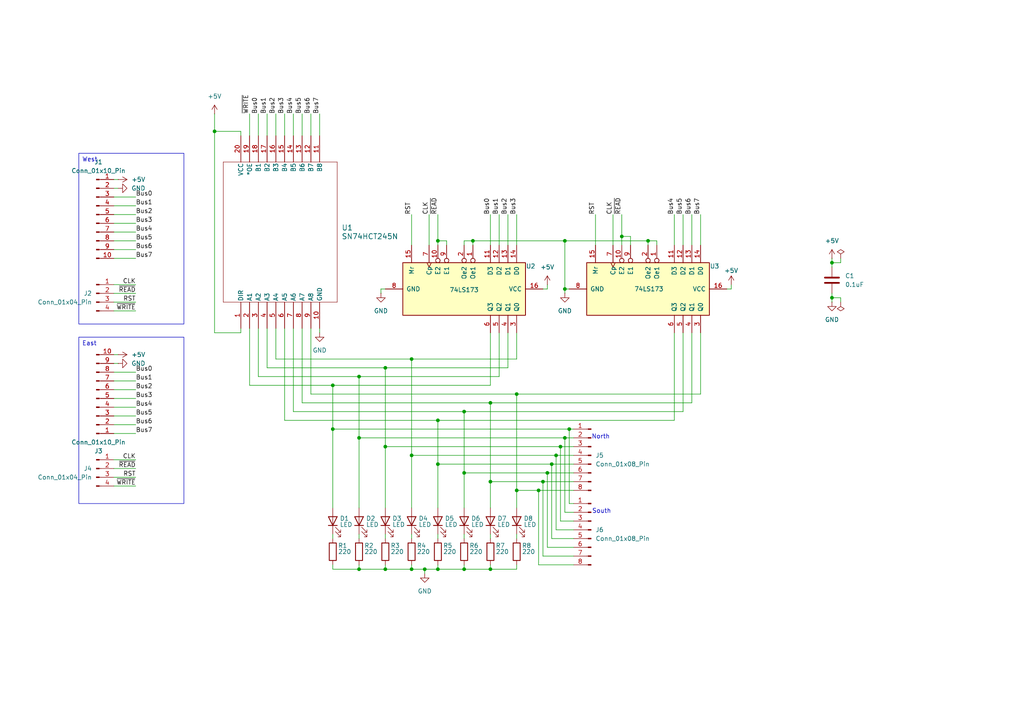
<source format=kicad_sch>
(kicad_sch (version 20231120) (generator "eeschema") (generator_version "8.0")
  (paper "A4")
  (lib_symbols
    (symbol "74xx:74LS173" (pin_names (offset 1.016))
      (property "Reference" "U" (at -7.62 19.05 0))
      (property "Value" "74LS173" (at -7.62 -19.05 0))
      (symbol "74LS173_1_0"
        (pin input inverted (at -12.7 2.54 0) (length 5.08) (name "Oe1") (number "1"))
        (pin input inverted (at -12.7 -7.62 0) (length 5.08) (name "E2") (number "10"))
        (pin input line (at -12.7 7.62 0) (length 5.08) (name "D3") (number "11"))
        (pin input line (at -12.7 10.16 0) (length 5.08) (name "D2") (number "12"))
        (pin input line (at -12.7 12.7 0) (length 5.08) (name "D1") (number "13"))
        (pin input line (at -12.7 15.24 0) (length 5.08) (name "D0") (number "14"))
        (pin input line (at -12.7 -15.24 0) (length 5.08) (name "Mr") (number "15"))
        (pin power_in line (at 0 22.86 270) (length 5.08) (name "VCC") (number "16"))
        (pin input inverted (at -12.7 0 0) (length 5.08) (name "Oe2") (number "2"))
        (pin tri_state line (at 12.7 15.24 180) (length 5.08) (name "Q0") (number "3"))
        (pin tri_state line (at 12.7 12.7 180) (length 5.08) (name "Q1") (number "4"))
        (pin tri_state line (at 12.7 10.16 180) (length 5.08) (name "Q2") (number "5"))
        (pin tri_state line (at 12.7 7.62 180) (length 5.08) (name "Q3") (number "6"))
        (pin input clock (at -12.7 -10.16 0) (length 5.08) (name "Cp") (number "7"))
        (pin power_in line (at 0 -22.86 90) (length 5.08) (name "GND") (number "8"))
        (pin input inverted (at -12.7 -5.08 0) (length 5.08) (name "E1") (number "9"))
      )
      (symbol "74LS173_1_1"
        (rectangle (start -7.62 17.78) (end 7.62 -17.78) (stroke (width 0.254)) (fill (type background)))
      )
    )
    (symbol "8x_tristate_transceiver:SN74HCT245N" (pin_names (offset 0.254))
      (property "Reference" "U" (at 27.94 10.16 0))
      (property "Value" "SN74HCT245N" (at 27.94 7.62 0))
      (symbol "SN74HCT245N_0_1"
        (polyline (pts (xy 7.62 -27.94) (xy 48.26 -27.94)) (stroke (width 0.127)))
        (polyline (pts (xy 7.62 5.08) (xy 7.62 -27.94)) (stroke (width 0.127)))
        (polyline (pts (xy 48.26 -27.94) (xy 48.26 5.08)) (stroke (width 0.127)))
        (polyline (pts (xy 48.26 5.08) (xy 7.62 5.08)) (stroke (width 0.127)))
        (pin input line (at 0 0 0) (length 7.62) (name "DIR") (number "1"))
        (pin power_in line (at 0 -22.86 0) (length 7.62) (name "GND") (number "10"))
        (pin bidirectional line (at 55.88 -22.86 180) (length 7.62) (name "B8") (number "11"))
        (pin bidirectional line (at 55.88 -20.32 180) (length 7.62) (name "B7") (number "12"))
        (pin bidirectional line (at 55.88 -17.78 180) (length 7.62) (name "B6") (number "13"))
        (pin bidirectional line (at 55.88 -15.24 180) (length 7.62) (name "B5") (number "14"))
        (pin bidirectional line (at 55.88 -12.7 180) (length 7.62) (name "B4") (number "15"))
        (pin bidirectional line (at 55.88 -10.16 180) (length 7.62) (name "B3") (number "16"))
        (pin bidirectional line (at 55.88 -7.62 180) (length 7.62) (name "B2") (number "17"))
        (pin bidirectional line (at 55.88 -5.08 180) (length 7.62) (name "B1") (number "18"))
        (pin input line (at 55.88 -2.54 180) (length 7.62) (name "*OE") (number "19"))
        (pin bidirectional line (at 0 -2.54 0) (length 7.62) (name "A1") (number "2"))
        (pin power_in line (at 55.88 0 180) (length 7.62) (name "VCC") (number "20"))
        (pin bidirectional line (at 0 -5.08 0) (length 7.62) (name "A2") (number "3"))
        (pin bidirectional line (at 0 -7.62 0) (length 7.62) (name "A3") (number "4"))
        (pin bidirectional line (at 0 -10.16 0) (length 7.62) (name "A4") (number "5"))
        (pin bidirectional line (at 0 -12.7 0) (length 7.62) (name "A5") (number "6"))
        (pin bidirectional line (at 0 -15.24 0) (length 7.62) (name "A6") (number "7"))
        (pin bidirectional line (at 0 -17.78 0) (length 7.62) (name "A7") (number "8"))
        (pin bidirectional line (at 0 -20.32 0) (length 7.62) (name "A8") (number "9"))
      )
    )
    (symbol "Connector:Conn_01x04_Pin" (pin_names (offset 1.016) hide)
      (property "Reference" "J" (at 0 5.08 0))
      (property "Value" "Conn_01x04_Pin" (at 0 -7.62 0))
      (symbol "Conn_01x04_Pin_1_1"
        (polyline (pts (xy 1.27 -5.08) (xy 0.8636 -5.08)) (stroke (width 0.1524)))
        (polyline (pts (xy 1.27 -2.54) (xy 0.8636 -2.54)) (stroke (width 0.1524)))
        (polyline (pts (xy 1.27 0) (xy 0.8636 0)) (stroke (width 0.1524)))
        (polyline (pts (xy 1.27 2.54) (xy 0.8636 2.54)) (stroke (width 0.1524)))
        (rectangle (start 0.8636 -4.953) (end 0 -5.207) (stroke (width 0.1524)) (fill (type outline)))
        (rectangle (start 0.8636 -2.413) (end 0 -2.667) (stroke (width 0.1524)) (fill (type outline)))
        (rectangle (start 0.8636 0.127) (end 0 -0.127) (stroke (width 0.1524)) (fill (type outline)))
        (rectangle (start 0.8636 2.667) (end 0 2.413) (stroke (width 0.1524)) (fill (type outline)))
        (pin passive line (at 5.08 2.54 180) (length 3.81) (name "Pin_1") (number "1"))
        (pin passive line (at 5.08 0 180) (length 3.81) (name "Pin_2") (number "2"))
        (pin passive line (at 5.08 -2.54 180) (length 3.81) (name "Pin_3") (number "3"))
        (pin passive line (at 5.08 -5.08 180) (length 3.81) (name "Pin_4") (number "4"))
      )
    )
    (symbol "Connector:Conn_01x08_Pin" (pin_names (offset 1.016) hide)
      (property "Reference" "J" (at 0 10.16 0))
      (property "Value" "Conn_01x08_Pin" (at 0 -12.7 0))
      (symbol "Conn_01x08_Pin_1_1"
        (polyline (pts (xy 1.27 -10.16) (xy 0.8636 -10.16)) (stroke (width 0.1524)))
        (polyline (pts (xy 1.27 -7.62) (xy 0.8636 -7.62)) (stroke (width 0.1524)))
        (polyline (pts (xy 1.27 -5.08) (xy 0.8636 -5.08)) (stroke (width 0.1524)))
        (polyline (pts (xy 1.27 -2.54) (xy 0.8636 -2.54)) (stroke (width 0.1524)))
        (polyline (pts (xy 1.27 0) (xy 0.8636 0)) (stroke (width 0.1524)))
        (polyline (pts (xy 1.27 2.54) (xy 0.8636 2.54)) (stroke (width 0.1524)))
        (polyline (pts (xy 1.27 5.08) (xy 0.8636 5.08)) (stroke (width 0.1524)))
        (polyline (pts (xy 1.27 7.62) (xy 0.8636 7.62)) (stroke (width 0.1524)))
        (rectangle (start 0.8636 -10.033) (end 0 -10.287) (stroke (width 0.1524)) (fill (type outline)))
        (rectangle (start 0.8636 -7.493) (end 0 -7.747) (stroke (width 0.1524)) (fill (type outline)))
        (rectangle (start 0.8636 -4.953) (end 0 -5.207) (stroke (width 0.1524)) (fill (type outline)))
        (rectangle (start 0.8636 -2.413) (end 0 -2.667) (stroke (width 0.1524)) (fill (type outline)))
        (rectangle (start 0.8636 0.127) (end 0 -0.127) (stroke (width 0.1524)) (fill (type outline)))
        (rectangle (start 0.8636 2.667) (end 0 2.413) (stroke (width 0.1524)) (fill (type outline)))
        (rectangle (start 0.8636 5.207) (end 0 4.953) (stroke (width 0.1524)) (fill (type outline)))
        (rectangle (start 0.8636 7.747) (end 0 7.493) (stroke (width 0.1524)) (fill (type outline)))
        (pin passive line (at 5.08 7.62 180) (length 3.81) (name "Pin_1") (number "1"))
        (pin passive line (at 5.08 5.08 180) (length 3.81) (name "Pin_2") (number "2"))
        (pin passive line (at 5.08 2.54 180) (length 3.81) (name "Pin_3") (number "3"))
        (pin passive line (at 5.08 0 180) (length 3.81) (name "Pin_4") (number "4"))
        (pin passive line (at 5.08 -2.54 180) (length 3.81) (name "Pin_5") (number "5"))
        (pin passive line (at 5.08 -5.08 180) (length 3.81) (name "Pin_6") (number "6"))
        (pin passive line (at 5.08 -7.62 180) (length 3.81) (name "Pin_7") (number "7"))
        (pin passive line (at 5.08 -10.16 180) (length 3.81) (name "Pin_8") (number "8"))
      )
    )
    (symbol "Connector:Conn_01x10_Pin" (pin_names (offset 1.016) hide)
      (property "Reference" "J" (at 0 12.7 0))
      (property "Value" "Conn_01x10_Pin" (at 0 -15.24 0))
      (symbol "Conn_01x10_Pin_1_1"
        (polyline (pts (xy 1.27 -12.7) (xy 0.8636 -12.7)) (stroke (width 0.1524)))
        (polyline (pts (xy 1.27 -10.16) (xy 0.8636 -10.16)) (stroke (width 0.1524)))
        (polyline (pts (xy 1.27 -7.62) (xy 0.8636 -7.62)) (stroke (width 0.1524)))
        (polyline (pts (xy 1.27 -5.08) (xy 0.8636 -5.08)) (stroke (width 0.1524)))
        (polyline (pts (xy 1.27 -2.54) (xy 0.8636 -2.54)) (stroke (width 0.1524)))
        (polyline (pts (xy 1.27 0) (xy 0.8636 0)) (stroke (width 0.1524)))
        (polyline (pts (xy 1.27 2.54) (xy 0.8636 2.54)) (stroke (width 0.1524)))
        (polyline (pts (xy 1.27 5.08) (xy 0.8636 5.08)) (stroke (width 0.1524)))
        (polyline (pts (xy 1.27 7.62) (xy 0.8636 7.62)) (stroke (width 0.1524)))
        (polyline (pts (xy 1.27 10.16) (xy 0.8636 10.16)) (stroke (width 0.1524)))
        (rectangle (start 0.8636 -12.573) (end 0 -12.827) (stroke (width 0.1524)) (fill (type outline)))
        (rectangle (start 0.8636 -10.033) (end 0 -10.287) (stroke (width 0.1524)) (fill (type outline)))
        (rectangle (start 0.8636 -7.493) (end 0 -7.747) (stroke (width 0.1524)) (fill (type outline)))
        (rectangle (start 0.8636 -4.953) (end 0 -5.207) (stroke (width 0.1524)) (fill (type outline)))
        (rectangle (start 0.8636 -2.413) (end 0 -2.667) (stroke (width 0.1524)) (fill (type outline)))
        (rectangle (start 0.8636 0.127) (end 0 -0.127) (stroke (width 0.1524)) (fill (type outline)))
        (rectangle (start 0.8636 2.667) (end 0 2.413) (stroke (width 0.1524)) (fill (type outline)))
        (rectangle (start 0.8636 5.207) (end 0 4.953) (stroke (width 0.1524)) (fill (type outline)))
        (rectangle (start 0.8636 7.747) (end 0 7.493) (stroke (width 0.1524)) (fill (type outline)))
        (rectangle (start 0.8636 10.287) (end 0 10.033) (stroke (width 0.1524)) (fill (type outline)))
        (pin passive line (at 5.08 10.16 180) (length 3.81) (name "Pin_1") (number "1"))
        (pin passive line (at 5.08 -12.7 180) (length 3.81) (name "Pin_10") (number "10"))
        (pin passive line (at 5.08 7.62 180) (length 3.81) (name "Pin_2") (number "2"))
        (pin passive line (at 5.08 5.08 180) (length 3.81) (name "Pin_3") (number "3"))
        (pin passive line (at 5.08 2.54 180) (length 3.81) (name "Pin_4") (number "4"))
        (pin passive line (at 5.08 0 180) (length 3.81) (name "Pin_5") (number "5"))
        (pin passive line (at 5.08 -2.54 180) (length 3.81) (name "Pin_6") (number "6"))
        (pin passive line (at 5.08 -5.08 180) (length 3.81) (name "Pin_7") (number "7"))
        (pin passive line (at 5.08 -7.62 180) (length 3.81) (name "Pin_8") (number "8"))
        (pin passive line (at 5.08 -10.16 180) (length 3.81) (name "Pin_9") (number "9"))
      )
    )
    (symbol "Device:C" (pin_numbers hide) (pin_names (offset 0.254))
      (property "Reference" "C" (at 0.635 2.54 0))
      (property "Value" "C" (at 0.635 -2.54 0))
      (symbol "C_0_1"
        (polyline (pts (xy -2.032 -0.762) (xy 2.032 -0.762)) (stroke (width 0.508)))
        (polyline (pts (xy -2.032 0.762) (xy 2.032 0.762)) (stroke (width 0.508)))
      )
      (symbol "C_1_1"
        (pin passive line (at 0 3.81 270) (length 2.794) (name "~") (number "1"))
        (pin passive line (at 0 -3.81 90) (length 2.794) (name "~") (number "2"))
      )
    )
    (symbol "Device:LED" (pin_numbers hide) (pin_names (offset 1.016) hide)
      (property "Reference" "D" (at 0 2.54 0))
      (property "Value" "LED" (at 0 -2.54 0))
      (symbol "LED_0_1"
        (polyline (pts (xy -1.27 -1.27) (xy -1.27 1.27)) (stroke (width 0.254)))
        (polyline (pts (xy -1.27 0) (xy 1.27 0)))
        (polyline (pts (xy 1.27 -1.27) (xy 1.27 1.27) (xy -1.27 0) (xy 1.27 -1.27)) (stroke (width 0.254)))
        (polyline (pts (xy -3.048 -0.762) (xy -4.572 -2.286) (xy -3.81 -2.286) (xy -4.572 -2.286) (xy -4.572 -1.524)))
        (polyline (pts (xy -1.778 -0.762) (xy -3.302 -2.286) (xy -2.54 -2.286) (xy -3.302 -2.286) (xy -3.302 -1.524)))
      )
      (symbol "LED_1_1"
        (pin passive line (at -3.81 0 0) (length 2.54) (name "K") (number "1"))
        (pin passive line (at 3.81 0 180) (length 2.54) (name "A") (number "2"))
      )
    )
    (symbol "Device:R" (pin_numbers hide) (pin_names (offset 0))
      (property "Reference" "R" (at 2.032 0 90))
      (property "Value" "R" (at 0 0 90))
      (symbol "R_0_1"
        (rectangle (start -1.016 -2.54) (end 1.016 2.54) (stroke (width 0.254)))
      )
      (symbol "R_1_1"
        (pin passive line (at 0 3.81 270) (length 1.27) (name "~") (number "1"))
        (pin passive line (at 0 -3.81 90) (length 1.27) (name "~") (number "2"))
      )
    )
    (symbol "power:+5V" (power) (pin_numbers hide) (pin_names (offset 0) hide)
      (property "Value" "+5V" (at 0 3.556 0))
      (symbol "+5V_0_1"
        (polyline (pts (xy -0.762 1.27) (xy 0 2.54)))
        (polyline (pts (xy 0 0) (xy 0 2.54)))
        (polyline (pts (xy 0 2.54) (xy 0.762 1.27)))
      )
      (symbol "+5V_1_1"
        (pin power_in line (at 0 0 90) (length 0) (name "~") (number "1"))
      )
    )
    (symbol "power:GND" (power) (pin_numbers hide) (pin_names (offset 0) hide)
      (property "Value" "GND" (at 0 -3.81 0))
      (symbol "GND_0_1"
        (polyline (pts (xy 0 0) (xy 0 -1.27) (xy 1.27 -1.27) (xy 0 -2.54) (xy -1.27 -1.27) (xy 0 -1.27)))
      )
      (symbol "GND_1_1"
        (pin power_in line (at 0 0 270) (length 0) (name "~") (number "1"))
      )
    )
    (symbol "power:PWR_FLAG" (power) (pin_numbers hide) (pin_names (offset 0) hide)
      (property "Value" "PWR_FLAG" (at 0 3.81 0))
      (symbol "PWR_FLAG_0_0"
        (pin power_out line (at 0 0 90) (length 0) (name "~") (number "1"))
      )
      (symbol "PWR_FLAG_0_1"
        (polyline (pts (xy 0 0) (xy 0 1.27) (xy -1.016 1.905) (xy 0 2.54) (xy 1.016 1.905) (xy 0 1.27)))
      )
    )
  )
  (junction (at 134.62 119.38))
  (junction (at 142.24 116.84))
  (junction (at 127 134.62))
  (junction (at 111.76 106.68))
  (junction (at 127 69.85))
  (junction (at 158.75 137.16))
  (junction (at 142.24 139.7))
  (junction (at 160.02 134.62))
  (junction (at 104.14 165.1))
  (junction (at 123.19 165.1))
  (junction (at 62.23 38.1))
  (junction (at 119.38 132.08))
  (junction (at 127 165.1))
  (junction (at 134.62 165.1))
  (junction (at 104.14 109.22))
  (junction (at 180.34 68.58))
  (junction (at 111.76 165.1))
  (junction (at 157.48 139.7))
  (junction (at 163.83 127))
  (junction (at 241.3 86.36))
  (junction (at 134.62 137.16))
  (junction (at 127 121.92))
  (junction (at 165.1 124.46))
  (junction (at 149.86 114.3))
  (junction (at 111.76 129.54))
  (junction (at 241.3 76.2))
  (junction (at 149.86 142.24))
  (junction (at 161.29 132.08))
  (junction (at 119.38 165.1))
  (junction (at 156.21 142.24))
  (junction (at 137.16 69.85))
  (junction (at 163.83 69.85))
  (junction (at 187.96 69.85))
  (junction (at 162.56 129.54))
  (junction (at 119.38 104.14))
  (junction (at 163.83 83.82))
  (junction (at 96.52 111.76))
  (junction (at 142.24 165.1))
  (junction (at 104.14 127))
  (junction (at 96.52 124.46))
  (wire (pts (xy 33.02 120.65) (xy 39.37 120.65)))
  (wire (pts (xy 149.86 142.24) (xy 149.86 147.32)))
  (wire (pts (xy 33.02 54.61) (xy 34.29 54.61)))
  (wire (pts (xy 119.38 163.83) (xy 119.38 165.1)))
  (wire (pts (xy 200.66 116.84) (xy 200.66 96.52)))
  (wire (pts (xy 69.85 95.25) (xy 69.85 96.52)))
  (wire (pts (xy 158.75 83.82) (xy 158.75 82.55)))
  (wire (pts (xy 158.75 137.16) (xy 166.37 137.16)))
  (wire (pts (xy 96.52 163.83) (xy 96.52 165.1)))
  (wire (pts (xy 111.76 106.68) (xy 147.32 106.68)))
  (wire (pts (xy 158.75 158.75) (xy 158.75 137.16)))
  (wire (pts (xy 82.55 121.92) (xy 82.55 95.25)))
  (wire (pts (xy 39.37 87.63) (xy 33.02 87.63)))
  (wire (pts (xy 33.02 105.41) (xy 34.29 105.41)))
  (wire (pts (xy 157.48 161.29) (xy 157.48 139.7)))
  (wire (pts (xy 243.84 87.63) (xy 243.84 86.36)))
  (wire (pts (xy 74.93 109.22) (xy 74.93 95.25)))
  (wire (pts (xy 110.49 85.09) (xy 110.49 83.82)))
  (wire (pts (xy 80.01 104.14) (xy 80.01 95.25)))
  (wire (pts (xy 134.62 154.94) (xy 134.62 156.21)))
  (wire (pts (xy 33.02 115.57) (xy 39.37 115.57)))
  (wire (pts (xy 33.02 67.31) (xy 39.37 67.31)))
  (wire (pts (xy 160.02 134.62) (xy 166.37 134.62)))
  (wire (pts (xy 147.32 62.23) (xy 147.32 71.12)))
  (wire (pts (xy 198.12 96.52) (xy 198.12 119.38)))
  (wire (pts (xy 243.84 86.36) (xy 241.3 86.36)))
  (wire (pts (xy 90.17 95.25) (xy 90.17 114.3)))
  (wire (pts (xy 187.96 69.85) (xy 190.5 69.85)))
  (wire (pts (xy 33.02 64.77) (xy 39.37 64.77)))
  (wire (pts (xy 39.37 90.17) (xy 33.02 90.17)))
  (wire (pts (xy 96.52 124.46) (xy 96.52 147.32)))
  (wire (pts (xy 180.34 62.23) (xy 180.34 68.58)))
  (wire (pts (xy 111.76 165.1) (xy 119.38 165.1)))
  (wire (pts (xy 33.02 62.23) (xy 39.37 62.23)))
  (wire (pts (xy 166.37 148.59) (xy 163.83 148.59)))
  (wire (pts (xy 144.78 109.22) (xy 104.14 109.22)))
  (wire (pts (xy 33.02 110.49) (xy 39.37 110.49)))
  (wire (pts (xy 160.02 156.21) (xy 160.02 134.62)))
  (wire (pts (xy 119.38 132.08) (xy 119.38 147.32)))
  (wire (pts (xy 104.14 127) (xy 104.14 147.32)))
  (wire (pts (xy 82.55 39.37) (xy 82.55 33.02)))
  (wire (pts (xy 157.48 139.7) (xy 166.37 139.7)))
  (wire (pts (xy 39.37 135.89) (xy 33.02 135.89)))
  (wire (pts (xy 111.76 129.54) (xy 111.76 147.32)))
  (wire (pts (xy 142.24 139.7) (xy 142.24 147.32)))
  (wire (pts (xy 166.37 146.05) (xy 165.1 146.05)))
  (wire (pts (xy 165.1 146.05) (xy 165.1 124.46)))
  (wire (pts (xy 134.62 71.12) (xy 134.62 69.85)))
  (wire (pts (xy 142.24 116.84) (xy 87.63 116.84)))
  (wire (pts (xy 111.76 163.83) (xy 111.76 165.1)))
  (wire (pts (xy 162.56 151.13) (xy 162.56 129.54)))
  (wire (pts (xy 127 134.62) (xy 127 147.32)))
  (wire (pts (xy 203.2 114.3) (xy 203.2 96.52)))
  (wire (pts (xy 198.12 62.23) (xy 198.12 71.12)))
  (wire (pts (xy 243.84 74.93) (xy 243.84 76.2)))
  (wire (pts (xy 62.23 96.52) (xy 62.23 38.1)))
  (wire (pts (xy 104.14 109.22) (xy 74.93 109.22)))
  (wire (pts (xy 166.37 161.29) (xy 157.48 161.29)))
  (wire (pts (xy 87.63 39.37) (xy 87.63 33.02)))
  (wire (pts (xy 182.88 68.58) (xy 180.34 68.58)))
  (wire (pts (xy 156.21 142.24) (xy 166.37 142.24)))
  (wire (pts (xy 72.39 33.02) (xy 72.39 39.37)))
  (wire (pts (xy 144.78 96.52) (xy 144.78 109.22)))
  (wire (pts (xy 104.14 154.94) (xy 104.14 156.21)))
  (wire (pts (xy 33.02 72.39) (xy 39.37 72.39)))
  (wire (pts (xy 72.39 95.25) (xy 72.39 111.76)))
  (wire (pts (xy 127 62.23) (xy 127 69.85)))
  (wire (pts (xy 33.02 74.93) (xy 39.37 74.93)))
  (wire (pts (xy 96.52 165.1) (xy 104.14 165.1)))
  (wire (pts (xy 180.34 68.58) (xy 180.34 71.12)))
  (wire (pts (xy 142.24 165.1) (xy 149.86 165.1)))
  (wire (pts (xy 203.2 62.23) (xy 203.2 71.12)))
  (wire (pts (xy 142.24 163.83) (xy 142.24 165.1)))
  (wire (pts (xy 39.37 138.43) (xy 33.02 138.43)))
  (wire (pts (xy 166.37 158.75) (xy 158.75 158.75)))
  (wire (pts (xy 142.24 116.84) (xy 200.66 116.84)))
  (wire (pts (xy 119.38 154.94) (xy 119.38 156.21)))
  (wire (pts (xy 127 121.92) (xy 127 134.62)))
  (wire (pts (xy 33.02 125.73) (xy 39.37 125.73)))
  (wire (pts (xy 127 134.62) (xy 160.02 134.62)))
  (wire (pts (xy 104.14 127) (xy 163.83 127)))
  (wire (pts (xy 33.02 123.19) (xy 39.37 123.19)))
  (wire (pts (xy 134.62 163.83) (xy 134.62 165.1)))
  (wire (pts (xy 111.76 129.54) (xy 162.56 129.54)))
  (wire (pts (xy 77.47 39.37) (xy 77.47 33.02)))
  (wire (pts (xy 134.62 137.16) (xy 134.62 147.32)))
  (wire (pts (xy 149.86 142.24) (xy 156.21 142.24)))
  (wire (pts (xy 96.52 154.94) (xy 96.52 156.21)))
  (wire (pts (xy 149.86 154.94) (xy 149.86 156.21)))
  (wire (pts (xy 144.78 62.23) (xy 144.78 71.12)))
  (wire (pts (xy 195.58 96.52) (xy 195.58 121.92)))
  (wire (pts (xy 137.16 71.12) (xy 137.16 69.85)))
  (wire (pts (xy 195.58 62.23) (xy 195.58 71.12)))
  (wire (pts (xy 33.02 118.11) (xy 39.37 118.11)))
  (wire (pts (xy 62.23 38.1) (xy 69.85 38.1)))
  (wire (pts (xy 142.24 154.94) (xy 142.24 156.21)))
  (wire (pts (xy 34.29 52.07) (xy 33.02 52.07)))
  (wire (pts (xy 166.37 163.83) (xy 156.21 163.83)))
  (wire (pts (xy 195.58 121.92) (xy 127 121.92)))
  (wire (pts (xy 241.3 74.93) (xy 241.3 76.2)))
  (wire (pts (xy 90.17 39.37) (xy 90.17 33.02)))
  (wire (pts (xy 33.02 57.15) (xy 39.37 57.15)))
  (wire (pts (xy 124.46 62.23) (xy 124.46 71.12)))
  (wire (pts (xy 96.52 111.76) (xy 96.52 124.46)))
  (wire (pts (xy 90.17 114.3) (xy 149.86 114.3)))
  (wire (pts (xy 163.83 85.09) (xy 163.83 83.82)))
  (wire (pts (xy 104.14 165.1) (xy 111.76 165.1)))
  (wire (pts (xy 111.76 154.94) (xy 111.76 156.21)))
  (wire (pts (xy 62.23 33.02) (xy 62.23 38.1)))
  (wire (pts (xy 34.29 102.87) (xy 33.02 102.87)))
  (wire (pts (xy 39.37 133.35) (xy 33.02 133.35)))
  (wire (pts (xy 119.38 104.14) (xy 80.01 104.14)))
  (wire (pts (xy 142.24 139.7) (xy 157.48 139.7)))
  (wire (pts (xy 87.63 116.84) (xy 87.63 95.25)))
  (wire (pts (xy 163.83 69.85) (xy 187.96 69.85)))
  (wire (pts (xy 212.09 82.55) (xy 212.09 83.82)))
  (wire (pts (xy 212.09 83.82) (xy 210.82 83.82)))
  (wire (pts (xy 149.86 165.1) (xy 149.86 163.83)))
  (wire (pts (xy 92.71 95.25) (xy 92.71 96.52)))
  (wire (pts (xy 134.62 137.16) (xy 158.75 137.16)))
  (wire (pts (xy 69.85 96.52) (xy 62.23 96.52)))
  (wire (pts (xy 149.86 114.3) (xy 149.86 142.24)))
  (wire (pts (xy 119.38 62.23) (xy 119.38 71.12)))
  (wire (pts (xy 72.39 111.76) (xy 96.52 111.76)))
  (wire (pts (xy 127 69.85) (xy 127 71.12)))
  (wire (pts (xy 39.37 140.97) (xy 33.02 140.97)))
  (wire (pts (xy 33.02 107.95) (xy 39.37 107.95)))
  (wire (pts (xy 85.09 39.37) (xy 85.09 33.02)))
  (wire (pts (xy 96.52 124.46) (xy 165.1 124.46)))
  (wire (pts (xy 241.3 86.36) (xy 241.3 87.63)))
  (wire (pts (xy 243.84 76.2) (xy 241.3 76.2)))
  (wire (pts (xy 241.3 76.2) (xy 241.3 77.47)))
  (wire (pts (xy 156.21 163.83) (xy 156.21 142.24)))
  (wire (pts (xy 134.62 119.38) (xy 198.12 119.38)))
  (wire (pts (xy 129.54 71.12) (xy 129.54 69.85)))
  (wire (pts (xy 127 154.94) (xy 127 156.21)))
  (wire (pts (xy 161.29 153.67) (xy 161.29 132.08)))
  (wire (pts (xy 157.48 83.82) (xy 158.75 83.82)))
  (wire (pts (xy 142.24 116.84) (xy 142.24 139.7)))
  (wire (pts (xy 96.52 111.76) (xy 142.24 111.76)))
  (wire (pts (xy 85.09 95.25) (xy 85.09 119.38)))
  (wire (pts (xy 172.72 62.23) (xy 172.72 71.12)))
  (wire (pts (xy 39.37 85.09) (xy 33.02 85.09)))
  (wire (pts (xy 163.83 127) (xy 166.37 127)))
  (wire (pts (xy 134.62 165.1) (xy 142.24 165.1)))
  (wire (pts (xy 182.88 68.58) (xy 182.88 71.12)))
  (wire (pts (xy 165.1 124.46) (xy 166.37 124.46)))
  (wire (pts (xy 190.5 71.12) (xy 190.5 69.85)))
  (wire (pts (xy 104.14 163.83) (xy 104.14 165.1)))
  (wire (pts (xy 127 165.1) (xy 134.62 165.1)))
  (wire (pts (xy 163.83 148.59) (xy 163.83 127)))
  (wire (pts (xy 127 163.83) (xy 127 165.1)))
  (wire (pts (xy 163.83 83.82) (xy 165.1 83.82)))
  (wire (pts (xy 111.76 106.68) (xy 111.76 129.54)))
  (wire (pts (xy 123.19 165.1) (xy 127 165.1)))
  (wire (pts (xy 119.38 165.1) (xy 123.19 165.1)))
  (wire (pts (xy 104.14 109.22) (xy 104.14 127)))
  (wire (pts (xy 77.47 106.68) (xy 111.76 106.68)))
  (wire (pts (xy 69.85 38.1) (xy 69.85 39.37)))
  (wire (pts (xy 200.66 62.23) (xy 200.66 71.12)))
  (wire (pts (xy 119.38 132.08) (xy 161.29 132.08)))
  (wire (pts (xy 39.37 82.55) (xy 33.02 82.55)))
  (wire (pts (xy 241.3 85.09) (xy 241.3 86.36)))
  (wire (pts (xy 80.01 39.37) (xy 80.01 33.02)))
  (wire (pts (xy 166.37 156.21) (xy 160.02 156.21)))
  (wire (pts (xy 127 121.92) (xy 82.55 121.92)))
  (wire (pts (xy 142.24 62.23) (xy 142.24 71.12)))
  (wire (pts (xy 119.38 104.14) (xy 119.38 132.08)))
  (wire (pts (xy 149.86 104.14) (xy 149.86 96.52)))
  (wire (pts (xy 162.56 129.54) (xy 166.37 129.54)))
  (wire (pts (xy 161.29 132.08) (xy 166.37 132.08)))
  (wire (pts (xy 33.02 113.03) (xy 39.37 113.03)))
  (wire (pts (xy 85.09 119.38) (xy 134.62 119.38)))
  (wire (pts (xy 119.38 104.14) (xy 149.86 104.14)))
  (wire (pts (xy 137.16 69.85) (xy 163.83 69.85)))
  (wire (pts (xy 166.37 151.13) (xy 162.56 151.13)))
  (wire (pts (xy 149.86 114.3) (xy 203.2 114.3)))
  (wire (pts (xy 77.47 95.25) (xy 77.47 106.68)))
  (wire (pts (xy 33.02 59.69) (xy 39.37 59.69)))
  (wire (pts (xy 177.8 62.23) (xy 177.8 71.12)))
  (wire (pts (xy 33.02 69.85) (xy 39.37 69.85)))
  (wire (pts (xy 92.71 39.37) (xy 92.71 33.02)))
  (wire (pts (xy 163.83 69.85) (xy 163.83 83.82)))
  (wire (pts (xy 187.96 69.85) (xy 187.96 71.12)))
  (wire (pts (xy 142.24 96.52) (xy 142.24 111.76)))
  (wire (pts (xy 166.37 153.67) (xy 161.29 153.67)))
  (wire (pts (xy 134.62 119.38) (xy 134.62 137.16)))
  (wire (pts (xy 74.93 39.37) (xy 74.93 33.02)))
  (wire (pts (xy 147.32 106.68) (xy 147.32 96.52)))
  (wire (pts (xy 123.19 165.1) (xy 123.19 166.37)))
  (wire (pts (xy 110.49 83.82) (xy 111.76 83.82)))
  (wire (pts (xy 129.54 69.85) (xy 127 69.85)))
  (wire (pts (xy 149.86 62.23) (xy 149.86 71.12)))
  (wire (pts (xy 134.62 69.85) (xy 137.16 69.85)))
  (text_box "West" (at 22.86 44.45 0) (size 30.48 49.53) (effects (font (size 1.27 1.27)) (justify left top)))
  (text_box "East" (at 22.86 97.79 0) (size 30.48 48.26) (effects (font (size 1.27 1.27)) (justify left top)))
  (text "North" (at 174.244 126.746 0) (effects (font (size 1.27 1.27))))
  (text "South" (at 174.498 148.336 0) (effects (font (size 1.27 1.27))))
  (label "Bus7" (at 39.37 74.93 0))
  (label "Bus7" (at 203.2 62.23 90))
  (label "Bus1" (at 39.37 59.69 0))
  (label "RST" (at 39.37 87.63 180))
  (label "Bus3" (at 39.37 115.57 0))
  (label "Bus5" (at 87.63 33.02 90))
  (label "Bus7" (at 39.37 125.73 0))
  (label "Bus6" (at 39.37 123.19 0))
  (label "Bus2" (at 80.01 33.02 90))
  (label "Bus0" (at 39.37 57.15 0))
  (label "CLK" (at 39.37 133.35 180))
  (label "Bus4" (at 39.37 67.31 0))
  (label "Bus3" (at 82.55 33.02 90))
  (label "Bus5" (at 198.12 62.23 90))
  (label "Bus3" (at 149.86 62.23 90))
  (label "~{READ}" (at 39.37 85.09 180))
  (label "Bus1" (at 39.37 110.49 0))
  (label "Bus1" (at 144.78 62.23 90))
  (label "Bus4" (at 85.09 33.02 90))
  (label "Bus6" (at 39.37 72.39 0))
  (label "Bus4" (at 195.58 62.23 90))
  (label "~{READ}" (at 39.37 135.89 180))
  (label "Bus4" (at 39.37 118.11 0))
  (label "Bus3" (at 39.37 64.77 0))
  (label "Bus2" (at 39.37 62.23 0))
  (label "Bus2" (at 147.32 62.23 90))
  (label "Bus5" (at 39.37 69.85 0))
  (label "Bus0" (at 39.37 107.95 0))
  (label "Bus5" (at 39.37 120.65 0))
  (label "~{WRITE}" (at 39.37 90.17 180))
  (label "Bus1" (at 77.47 33.02 90))
  (label "CLK" (at 124.46 62.23 90))
  (label "CLK" (at 177.8 62.23 90))
  (label "Bus6" (at 90.17 33.02 90))
  (label "CLK" (at 39.37 82.55 180))
  (label "~{WRITE}" (at 39.37 140.97 180))
  (label "Bus6" (at 200.66 62.23 90))
  (label "Bus0" (at 74.93 33.02 90))
  (label "~{READ}" (at 180.34 62.23 90))
  (label "Bus2" (at 39.37 113.03 0))
  (label "~{READ}" (at 127 62.23 90))
  (label "~{WRITE}" (at 72.39 33.02 90))
  (label "Bus0" (at 142.24 62.23 90))
  (label "RST" (at 172.72 62.23 90))
  (label "RST" (at 39.37 138.43 180))
  (label "RST" (at 119.38 62.23 90))
  (label "Bus7" (at 92.71 33.02 90))
  (symbol (lib_id "Device:LED") (at 149.86 151.13 90) (unit 1)
    (property "Reference" "D8" (at 151.892 150.368 90) (effects (justify right)))
    (property "Value" "LED" (at 151.892 152.146 90) (effects (justify right)))
    (property "Footprint" "LED_THT:LED_D5.0mm" (effects (hide yes)))
    (property "Description" "Light emitting diode" (effects (hide yes)))
  )
  (symbol (lib_id "power:+5V") (at 34.29 52.07 270) (unit 1)
    (property "Reference" "#PWR01" (effects (hide yes)))
    (property "Value" "+5V" (at 38.1 52.0699 90) (effects (justify left)))
    (property "Description" "Power symbol creates a global label with name \"+5V\"" (effects (hide yes)))
  )
  (symbol (lib_id "Device:R") (at 134.62 160.02 0) (unit 1)
    (property "Reference" "R6" (at 136.144 158.242 0) (effects (justify left)))
    (property "Value" "220" (at 136.144 160.02 0) (effects (justify left)))
    (property "Footprint" "_DownloadFootprints:CF_series_Resistors_THT" (effects (hide yes)))
    (property "Description" "Resistor" (effects (hide yes)))
  )
  (symbol (lib_id "Device:R") (at 119.38 160.02 0) (unit 1)
    (property "Reference" "R4" (at 120.904 158.242 0) (effects (justify left)))
    (property "Value" "220" (at 120.904 160.02 0) (effects (justify left)))
    (property "Footprint" "_DownloadFootprints:CF_series_Resistors_THT" (effects (hide yes)))
    (property "Description" "Resistor" (effects (hide yes)))
  )
  (symbol (lib_id "power:+5V") (at 212.09 82.55 0) (unit 1)
    (property "Reference" "#PWR011" (effects (hide yes)))
    (property "Value" "+5V" (at 212.09 78.486 0))
    (property "Description" "Power symbol creates a global label with name \"+5V\"" (effects (hide yes)))
  )
  (symbol (lib_id "power:PWR_FLAG") (at 243.84 74.93 0) (unit 1)
    (property "Reference" "#FLG01" (effects (hide yes)))
    (property "Value" "PWR_FLAG" (effects (hide yes)))
    (property "Description" "Special symbol for telling ERC where power comes from" (effects (hide yes)))
  )
  (symbol (lib_id "power:+5V") (at 34.29 102.87 270) (unit 1)
    (property "Reference" "#PWR03" (effects (hide yes)))
    (property "Value" "+5V" (at 38.1 102.8699 90) (effects (justify left)))
    (property "Description" "Power symbol creates a global label with name \"+5V\"" (effects (hide yes)))
  )
  (symbol (lib_id "8x_tristate_transceiver:SN74HCT245N") (at 69.85 95.25 90) (unit 1)
    (property "Reference" "U1" (at 99.06 66.0399 90) (effects (font (size 1.524 1.524)) (justify right)))
    (property "Value" "SN74HCT245N" (at 99.06 68.5799 90) (effects (font (size 1.524 1.524)) (justify right)))
    (property "Footprint" "_DownloadFootprints:8x_tristate_transceiver" (effects (hide yes)))
    (property "Datasheet" "SN74HCT245N" (effects (hide yes)))
  )
  (symbol (lib_id "74xx:74LS173") (at 187.96 83.82 270) (unit 1)
    (property "Reference" "U3" (at 207.264 77.216 90))
    (property "Value" "74LS173" (at 188.214 83.82 90))
    (property "Footprint" "Package_DIP:DIP-16_W7.62mm" (effects (hide yes)))
    (property "Datasheet" "http://www.ti.com/lit/gpn/sn74LS173" (effects (hide yes)))
    (property "Description" "4-bit D-type Register, 3 state out" (effects (hide yes)))
  )
  (symbol (lib_id "power:GND") (at 92.71 96.52 0) (unit 1)
    (property "Reference" "#PWR06" (effects (hide yes)))
    (property "Value" "GND" (at 92.71 101.6 0))
    (property "Description" "Power symbol creates a global label with name \"GND\" , ground" (effects (hide yes)))
  )
  (symbol (lib_id "power:+5V") (at 158.75 82.55 0) (unit 1)
    (property "Reference" "#PWR09" (effects (hide yes)))
    (property "Value" "+5V" (at 158.75 77.47 0))
    (property "Description" "Power symbol creates a global label with name \"+5V\"" (effects (hide yes)))
  )
  (symbol (lib_id "Device:LED") (at 127 151.13 90) (unit 1)
    (property "Reference" "D5" (at 129.032 150.368 90) (effects (justify right)))
    (property "Value" "LED" (at 129.032 152.146 90) (effects (justify right)))
    (property "Footprint" "LED_THT:LED_D5.0mm" (effects (hide yes)))
    (property "Description" "Light emitting diode" (effects (hide yes)))
  )
  (symbol (lib_id "Device:LED") (at 104.14 151.13 90) (unit 1)
    (property "Reference" "D2" (at 106.172 150.368 90) (effects (justify right)))
    (property "Value" "LED" (at 106.172 152.146 90) (effects (justify right)))
    (property "Footprint" "LED_THT:LED_D5.0mm" (effects (hide yes)))
    (property "Description" "Light emitting diode" (effects (hide yes)))
  )
  (symbol (lib_id "74xx:74LS173") (at 134.62 83.82 270) (unit 1)
    (property "Reference" "U2" (at 153.924 77.216 90))
    (property "Value" "74LS173" (at 134.62 84.074 90))
    (property "Footprint" "Package_DIP:DIP-16_W7.62mm" (effects (hide yes)))
    (property "Datasheet" "http://www.ti.com/lit/gpn/sn74LS173" (effects (hide yes)))
    (property "Description" "4-bit D-type Register, 3 state out" (effects (hide yes)))
  )
  (symbol (lib_id "power:PWR_FLAG") (at 243.84 87.63 180) (unit 1)
    (property "Reference" "#FLG02" (effects (hide yes)))
    (property "Value" "PWR_FLAG" (effects (hide yes)))
    (property "Description" "Special symbol for telling ERC where power comes from" (effects (hide yes)))
  )
  (symbol (lib_id "power:+5V") (at 62.23 33.02 0) (unit 1)
    (property "Reference" "#PWR05" (effects (hide yes)))
    (property "Value" "+5V" (at 62.23 27.94 0))
    (property "Description" "Power symbol creates a global label with name \"+5V\"" (effects (hide yes)))
  )
  (symbol (lib_id "Connector:Conn_01x08_Pin") (at 171.45 153.67 0) (mirror y) (unit 1)
    (property "Reference" "J6" (at 172.72 153.6699 0) (effects (justify right)))
    (property "Value" "Conn_01x08_Pin" (at 172.72 156.2099 0) (effects (justify right)))
    (property "Footprint" "Connector_PinHeader_2.54mm:PinHeader_1x08_P2.54mm_Vertical" (effects (hide yes)))
    (property "Description" "Generic connector, single row, 01x08, script generated" (effects (hide yes)))
  )
  (symbol (lib_id "power:GND") (at 241.3 87.63 0) (unit 1)
    (property "Reference" "#PWR013" (effects (hide yes)))
    (property "Value" "GND" (at 241.3 92.71 0))
    (property "Description" "Power symbol creates a global label with name \"GND\" , ground" (effects (hide yes)))
  )
  (symbol (lib_id "Device:R") (at 149.86 160.02 0) (unit 1)
    (property "Reference" "R8" (at 151.384 158.242 0) (effects (justify left)))
    (property "Value" "220" (at 151.384 160.02 0) (effects (justify left)))
    (property "Footprint" "_DownloadFootprints:CF_series_Resistors_THT" (effects (hide yes)))
    (property "Description" "Resistor" (effects (hide yes)))
  )
  (symbol (lib_id "Device:LED") (at 111.76 151.13 90) (unit 1)
    (property "Reference" "D3" (at 113.792 150.368 90) (effects (justify right)))
    (property "Value" "LED" (at 113.792 152.146 90) (effects (justify right)))
    (property "Footprint" "LED_THT:LED_D5.0mm" (effects (hide yes)))
    (property "Description" "Light emitting diode" (effects (hide yes)))
  )
  (symbol (lib_id "Connector:Conn_01x10_Pin") (at 27.94 62.23 0) (unit 1)
    (property "Reference" "J1" (at 28.575 46.99 0))
    (property "Value" "Conn_01x10_Pin" (at 28.575 49.53 0))
    (property "Footprint" "Connector_PinHeader_2.54mm:PinHeader_1x10_P2.54mm_Vertical" (effects (hide yes)))
    (property "Description" "Generic connector, single row, 01x10, script generated" (effects (hide yes)))
  )
  (symbol (lib_id "power:+5V") (at 241.3 74.93 0) (unit 1)
    (property "Reference" "#PWR012" (effects (hide yes)))
    (property "Value" "+5V" (at 241.3 69.85 0))
    (property "Description" "Power symbol creates a global label with name \"+5V\"" (effects (hide yes)))
  )
  (symbol (lib_id "Device:R") (at 127 160.02 0) (unit 1)
    (property "Reference" "R5" (at 128.524 158.242 0) (effects (justify left)))
    (property "Value" "220" (at 128.524 160.02 0) (effects (justify left)))
    (property "Footprint" "_DownloadFootprints:CF_series_Resistors_THT" (effects (hide yes)))
    (property "Description" "Resistor" (effects (hide yes)))
  )
  (symbol (lib_id "Device:R") (at 96.52 160.02 0) (unit 1)
    (property "Reference" "R1" (at 98.044 158.242 0) (effects (justify left)))
    (property "Value" "220" (at 98.044 160.02 0) (effects (justify left)))
    (property "Footprint" "_DownloadFootprints:CF_series_Resistors_THT" (effects (hide yes)))
    (property "Description" "Resistor" (effects (hide yes)))
  )
  (symbol (lib_id "Device:C") (at 241.3 81.28 0) (unit 1)
    (property "Reference" "C1" (at 245.11 80.0099 0) (effects (justify left)))
    (property "Value" "0.1uF" (at 245.11 82.5499 0) (effects (justify left)))
    (property "Footprint" "Capacitor_THT:C_Disc_D5.0mm_W2.5mm_P2.50mm" (effects (hide yes)))
    (property "Description" "Unpolarized capacitor" (effects (hide yes)))
  )
  (symbol (lib_id "power:GND") (at 110.49 85.09 0) (unit 1)
    (property "Reference" "#PWR07" (effects (hide yes)))
    (property "Value" "GND" (at 110.49 90.17 0))
    (property "Description" "Power symbol creates a global label with name \"GND\" , ground" (effects (hide yes)))
  )
  (symbol (lib_id "power:GND") (at 34.29 105.41 90) (unit 1)
    (property "Reference" "#PWR04" (effects (hide yes)))
    (property "Value" "GND" (at 38.1 105.4099 90) (effects (justify right)))
    (property "Description" "Power symbol creates a global label with name \"GND\" , ground" (effects (hide yes)))
  )
  (symbol (lib_id "Device:LED") (at 134.62 151.13 90) (unit 1)
    (property "Reference" "D6" (at 136.652 150.368 90) (effects (justify right)))
    (property "Value" "LED" (at 136.652 152.146 90) (effects (justify right)))
    (property "Footprint" "LED_THT:LED_D5.0mm" (effects (hide yes)))
    (property "Description" "Light emitting diode" (effects (hide yes)))
  )
  (symbol (lib_id "Device:R") (at 104.14 160.02 0) (unit 1)
    (property "Reference" "R2" (at 105.664 158.242 0) (effects (justify left)))
    (property "Value" "220" (at 105.664 160.02 0) (effects (justify left)))
    (property "Footprint" "_DownloadFootprints:CF_series_Resistors_THT" (effects (hide yes)))
    (property "Description" "Resistor" (effects (hide yes)))
  )
  (symbol (lib_id "Device:R") (at 142.24 160.02 0) (unit 1)
    (property "Reference" "R7" (at 143.764 158.242 0) (effects (justify left)))
    (property "Value" "220" (at 143.764 160.02 0) (effects (justify left)))
    (property "Footprint" "_DownloadFootprints:CF_series_Resistors_THT" (effects (hide yes)))
    (property "Description" "Resistor" (effects (hide yes)))
  )
  (symbol (lib_id "Connector:Conn_01x04_Pin") (at 27.94 85.09 0) (unit 1)
    (property "Reference" "J2" (at 26.67 85.0899 0) (effects (justify right)))
    (property "Value" "Conn_01x04_Pin" (at 26.67 87.6299 0) (effects (justify right)))
    (property "Footprint" "Connector_PinHeader_2.54mm:PinHeader_1x04_P2.54mm_Vertical" (effects (hide yes)))
    (property "Description" "Generic connector, single row, 01x04, script generated" (effects (hide yes)))
  )
  (symbol (lib_id "Connector:Conn_01x08_Pin") (at 171.45 132.08 0) (mirror y) (unit 1)
    (property "Reference" "J5" (at 172.72 132.0799 0) (effects (justify right)))
    (property "Value" "Conn_01x08_Pin" (at 172.72 134.6199 0) (effects (justify right)))
    (property "Footprint" "Connector_PinHeader_2.54mm:PinHeader_1x08_P2.54mm_Vertical" (effects (hide yes)))
    (property "Description" "Generic connector, single row, 01x08, script generated" (effects (hide yes)))
  )
  (symbol (lib_id "Device:LED") (at 96.52 151.13 90) (unit 1)
    (property "Reference" "D1" (at 98.552 150.368 90) (effects (justify right)))
    (property "Value" "LED" (at 98.552 152.146 90) (effects (justify right)))
    (property "Footprint" "LED_THT:LED_D5.0mm" (effects (hide yes)))
    (property "Description" "Light emitting diode" (effects (hide yes)))
  )
  (symbol (lib_id "Connector:Conn_01x04_Pin") (at 27.94 135.89 0) (unit 1)
    (property "Reference" "J4" (at 26.67 135.8899 0) (effects (justify right)))
    (property "Value" "Conn_01x04_Pin" (at 26.67 138.4299 0) (effects (justify right)))
    (property "Footprint" "Connector_PinHeader_2.54mm:PinHeader_1x04_P2.54mm_Vertical" (effects (hide yes)))
    (property "Description" "Generic connector, single row, 01x04, script generated" (effects (hide yes)))
  )
  (symbol (lib_id "Device:LED") (at 142.24 151.13 90) (unit 1)
    (property "Reference" "D7" (at 144.272 150.368 90) (effects (justify right)))
    (property "Value" "LED" (at 144.272 152.146 90) (effects (justify right)))
    (property "Footprint" "LED_THT:LED_D5.0mm" (effects (hide yes)))
    (property "Description" "Light emitting diode" (effects (hide yes)))
  )
  (symbol (lib_id "Connector:Conn_01x10_Pin") (at 27.94 115.57 0) (mirror x) (unit 1)
    (property "Reference" "J3" (at 28.575 130.81 0))
    (property "Value" "Conn_01x10_Pin" (at 28.575 128.27 0))
    (property "Footprint" "Connector_PinHeader_2.54mm:PinHeader_1x10_P2.54mm_Vertical" (effects (hide yes)))
    (property "Description" "Generic connector, single row, 01x10, script generated" (effects (hide yes)))
  )
  (symbol (lib_id "power:GND") (at 163.83 85.09 0) (unit 1)
    (property "Reference" "#PWR010" (effects (hide yes)))
    (property "Value" "GND" (at 163.83 90.17 0))
    (property "Description" "Power symbol creates a global label with name \"GND\" , ground" (effects (hide yes)))
  )
  (symbol (lib_id "Device:LED") (at 119.38 151.13 90) (unit 1)
    (property "Reference" "D4" (at 121.412 150.368 90) (effects (justify right)))
    (property "Value" "LED" (at 121.412 152.146 90) (effects (justify right)))
    (property "Footprint" "LED_THT:LED_D5.0mm" (effects (hide yes)))
    (property "Description" "Light emitting diode" (effects (hide yes)))
  )
  (symbol (lib_id "power:GND") (at 34.29 54.61 90) (unit 1)
    (property "Reference" "#PWR02" (effects (hide yes)))
    (property "Value" "GND" (at 38.1 54.6099 90) (effects (justify right)))
    (property "Description" "Power symbol creates a global label with name \"GND\" , ground" (effects (hide yes)))
  )
  (symbol (lib_id "power:GND") (at 123.19 166.37 0) (unit 1)
    (property "Reference" "#PWR08" (effects (hide yes)))
    (property "Value" "GND" (at 123.19 171.45 0))
    (property "Description" "Power symbol creates a global label with name \"GND\" , ground" (effects (hide yes)))
  )
  (symbol (lib_id "Device:R") (at 111.76 160.02 0) (unit 1)
    (property "Reference" "R3" (at 113.284 158.242 0) (effects (justify left)))
    (property "Value" "220" (at 113.284 160.02 0) (effects (justify left)))
    (property "Footprint" "_DownloadFootprints:CF_series_Resistors_THT" (effects (hide yes)))
    (property "Description" "Resistor" (effects (hide yes)))
  )
)
</source>
